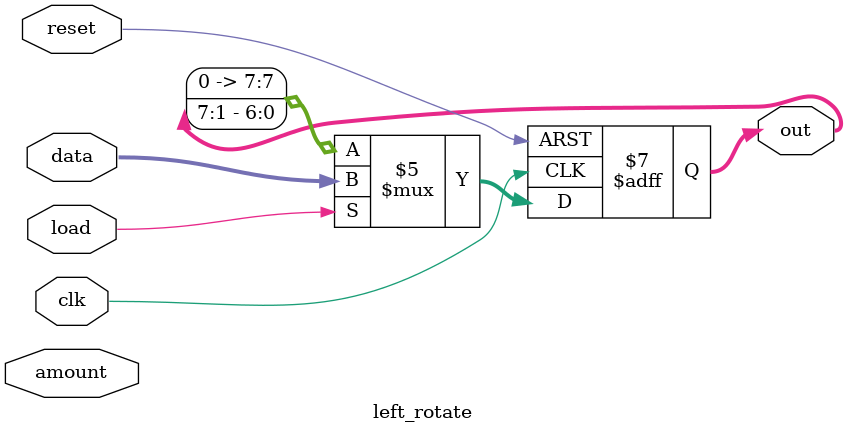
<source format=v>
module left_rotate(clk,reset,amount,data,load,out);
input clk,reset;
input [2:0] amount;
input [7:0] data;
input load;
output reg [7:0] out;
// when load is high, load data to out
// otherwise rotate the out register followed by left shift the out register by amount bits
always @(posedge clk or posedge reset)
	if (reset == 1'b1) out <= 8'b0;
	else if(load) out <= data;
	else begin
	out <= data << amount;
	out <= {1'b0,out[7:1]};
	end
endmodule

</source>
